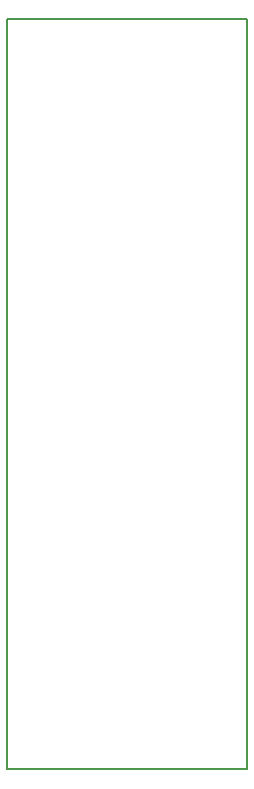
<source format=gbr>
G04 #@! TF.GenerationSoftware,KiCad,Pcbnew,(5.0.1-3-g963ef8bb5)*
G04 #@! TF.CreationDate,2022-07-03T20:38:46+09:00*
G04 #@! TF.ProjectId,LQFP48-Breakout,4C51465034382D427265616B6F75742E,rev?*
G04 #@! TF.SameCoordinates,Original*
G04 #@! TF.FileFunction,Profile,NP*
%FSLAX46Y46*%
G04 Gerber Fmt 4.6, Leading zero omitted, Abs format (unit mm)*
G04 Created by KiCad (PCBNEW (5.0.1-3-g963ef8bb5)) date Sunday, 03 July 2022 at 20:38:46*
%MOMM*%
%LPD*%
G01*
G04 APERTURE LIST*
%ADD10C,0.150000*%
G04 APERTURE END LIST*
D10*
X99060000Y-124460000D02*
X99060000Y-60960000D01*
X119380000Y-124460000D02*
X99060000Y-124460000D01*
X119380000Y-60960000D02*
X119380000Y-124460000D01*
X99060000Y-60960000D02*
X119380000Y-60960000D01*
M02*

</source>
